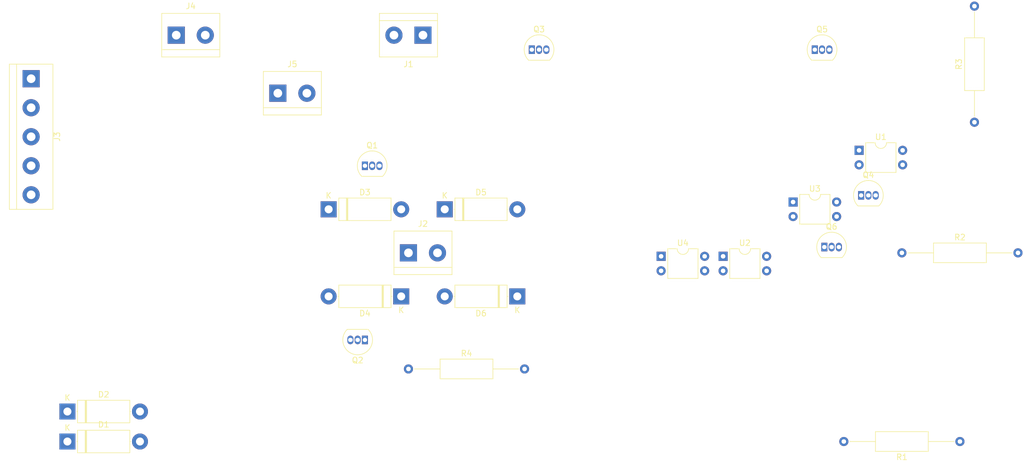
<source format=kicad_pcb>
(kicad_pcb (version 20211014) (generator pcbnew)
  (layers (0 "F.Cu" signal) (31 "B.Cu" signal) (34 "B.Paste" user) (35 "F.Paste" user) (36 "B.SilkS" user "B.Silkscreen") (37 "F.SilkS" user "F.Silkscreen") (38 "B.Mask" user) (39 "F.Mask" user) (44 "Edge.Cuts" user))
  (net 0 "")
  (net 2 "Net-(R1-Pad2)")
  (net 4 "/Enable_M1")
  (net 5 "/Input_M1")
  (net 6 "GND")
  (net 7 "/Enable_M2")
  (net 8 "/Input_M2")
  (net 11 "Net-(Q1-Pad1)")
  (net 12 "+9V")
  (net 13 "Net-(D5-Pad1)")
  (net 14 "/SL1")
  (net 15 "/SL2")
  (net 16 "/SL3")
  (net 17 "/SL4")
  (net 18 "Net-(R2-Pad2)")
  (net 19 "Net-(Q4-Pad3)")
  (net 22 "Net-(Q5-Pad1)")
  (net 23 "Net-(R2-Pad1)")
  (net 24 "Net-(Q6-Pad1)")
  (net 25 "Net-(R1-Pad1)")
  (net 26 "Net-(R3-Pad1)")
  (net 27 "Net-(R4-Pad1)")
  (footprint "Package_TO_SOT_THT:TO-92_Inline" (layer "F.Cu") (at 132.08 78.74 180)
    (fp_text reference "Q2" (at 1.27 -3.56) (layer "F.SilkS"))
    (fp_text value "2N3904")
    (fp_line (start -0.53 1.85) (end 3.07 1.85) (layer "F.SilkS") (width 0.12))
    (fp_arc (start 1.27 -2.6) (mid 3.672087 -0.994977) (end 3.108478 1.838478) (layer "F.SilkS") (width 0.12))
    (fp_arc (start -0.568478 1.838478) (mid -1.132087 -0.994977) (end 1.27 -2.6) (layer "F.SilkS") (width 0.12))
    (pad "1" thru_hole rect (at 0 0 180) (size 1.05 1.5) (drill 0.75) (layers *.Cu *.Mask) (net 6 "GND"))
    (pad "2" thru_hole oval (at 1.27 0 180) (size 1.05 1.5) (drill 0.75) (layers *.Cu *.Mask) (net 2 "Net-(R1-Pad2)"))
    (pad "3" thru_hole oval (at 2.54 0 180) (size 1.05 1.5) (drill 0.75) (layers *.Cu *.Mask) (net 11 "Net-(Q1-Pad1)"))
  )
  (footprint "Resistor_THT:R_Axial_DIN0309_L9.0mm_D3.2mm_P20.32mm_Horizontal" (layer "F.Cu") (at 139.7 83.82)
    (fp_text reference "R4" (at 10.16 -2.72) (layer "F.SilkS"))
    (fp_text value "1K")
    (fp_line (start 1.04 0) (end 5.54 0) (layer "F.SilkS") (width 0.12))
    (fp_line (start 19.28 0) (end 14.78 0) (layer "F.SilkS") (width 0.12))
    (fp_line (start 5.54 1.72) (end 14.78 1.72) (layer "F.SilkS") (width 0.12))
    (fp_line (start 14.78 1.72) (end 14.78 -1.72) (layer "F.SilkS") (width 0.12))
    (fp_line (start 5.54 -1.72) (end 5.54 1.72) (layer "F.SilkS") (width 0.12))
    (fp_line (start 14.78 -1.72) (end 5.54 -1.72) (layer "F.SilkS") (width 0.12))
    (pad "1" thru_hole circle (at 0 0) (size 1.6 1.6) (drill 0.8) (layers *.Cu *.Mask) (net 27 "Net-(R4-Pad1)"))
    (pad "2" thru_hole oval (at 20.32 0) (size 1.6 1.6) (drill 0.8) (layers *.Cu *.Mask) (net 24 "Net-(Q6-Pad1)"))
  )
  (footprint "Resistor_THT:R_Axial_DIN0309_L9.0mm_D3.2mm_P20.32mm_Horizontal" (layer "F.Cu") (at 238.76 40.64 90)
    (fp_text reference "R3" (at 10.16 -2.72 90) (layer "F.SilkS"))
    (fp_text value "1K")
    (fp_line (start 19.28 0) (end 14.78 0) (layer "F.SilkS") (width 0.12))
    (fp_line (start 14.78 1.72) (end 14.78 -1.72) (layer "F.SilkS") (width 0.12))
    (fp_line (start 14.78 -1.72) (end 5.54 -1.72) (layer "F.SilkS") (width 0.12))
    (fp_line (start 5.54 -1.72) (end 5.54 1.72) (layer "F.SilkS") (width 0.12))
    (fp_line (start 1.04 0) (end 5.54 0) (layer "F.SilkS") (width 0.12))
    (fp_line (start 5.54 1.72) (end 14.78 1.72) (layer "F.SilkS") (width 0.12))
    (pad "1" thru_hole circle (at 0 0 90) (size 1.6 1.6) (drill 0.8) (layers *.Cu *.Mask) (net 26 "Net-(R3-Pad1)"))
    (pad "2" thru_hole oval (at 20.32 0 90) (size 1.6 1.6) (drill 0.8) (layers *.Cu *.Mask) (net 22 "Net-(Q5-Pad1)"))
  )
  (footprint "Package_TO_SOT_THT:TO-92_Inline" (layer "F.Cu") (at 161.29 27.94)
    (fp_text reference "Q3" (at 1.27 -3.56) (layer "F.SilkS"))
    (fp_text value "2N3904")
    (fp_line (start -0.53 1.85) (end 3.07 1.85) (layer "F.SilkS") (width 0.12))
    (fp_arc (start -0.568478 1.838478) (mid -1.132087 -0.994977) (end 1.27 -2.6) (layer "F.SilkS") (width 0.12))
    (fp_arc (start 1.27 -2.6) (mid 3.672087 -0.994977) (end 3.108478 1.838478) (layer "F.SilkS") (width 0.12))
    (pad "1" thru_hole rect (at 0 0) (size 1.05 1.5) (drill 0.75) (layers *.Cu *.Mask) (net 19 "Net-(Q4-Pad3)"))
    (pad "2" thru_hole oval (at 1.27 0) (size 1.05 1.5) (drill 0.75) (layers *.Cu *.Mask))
    (pad "3" thru_hole oval (at 2.54 0) (size 1.05 1.5) (drill 0.75) (layers *.Cu *.Mask) (net 12 "+9V"))
  )
  (footprint "TerminalBlock:TerminalBlock_bornier-2_P5.08mm" (layer "F.Cu") (at 142.24 25.4 180)
    (fp_text reference "J1" (at 2.54 -5.08) (layer "F.SilkS"))
    (fp_text value "Alimentación")
    (fp_line (start 7.62 3.81) (end 7.62 -3.81) (layer "F.SilkS") (width 0.12))
    (fp_line (start -2.54 3.81) (end 7.62 3.81) (layer "F.SilkS") (width 0.12))
    (fp_line (start 7.62 2.54) (end -2.54 2.54) (layer "F.SilkS") (width 0.12))
    (fp_line (start -2.54 -3.81) (end -2.54 3.81) (layer "F.SilkS") (width 0.12))
    (fp_line (start 7.62 -3.81) (end -2.54 -3.81) (layer "F.SilkS") (width 0.12))
    (pad "1" thru_hole rect (at 0 0 180) (size 3 3) (drill 1.52) (layers *.Cu *.Mask) (net 12 "+9V"))
    (pad "2" thru_hole circle (at 5.08 0 180) (size 3 3) (drill 1.52) (layers *.Cu *.Mask) (net 6 "GND"))
  )
  (footprint "TerminalBlock:TerminalBlock_bornier-5_P5.08mm" (layer "F.Cu") (at 73.66 33.02 -90)
    (fp_text reference "J3" (at 10.15 -4.55 90) (layer "F.SilkS"))
    (fp_text value "Conn_01x05")
    (fp_line (start 22.86 -3.81) (end 22.86 3.81) (layer "F.SilkS") (width 0.12))
    (fp_line (start -2.54 3.81) (end 22.86 3.81) (layer "F.SilkS") (width 0.12))
    (fp_line (start -2.54 -3.81) (end 22.86 -3.81) (layer "F.SilkS") (width 0.12))
    (fp_line (start -2.54 -3.81) (end -2.54 3.81) (layer "F.SilkS") (width 0.12))
    (fp_line (start -2.54 2.54) (end 22.86 2.54) (layer "F.SilkS") (width 0.12))
    (pad "1" thru_hole rect (at 0 0 270) (size 3 3) (drill 1.52) (layers *.Cu *.Mask) (net 14 "/SL1"))
    (pad "2" thru_hole circle (at 5.08 0 270) (size 3 3) (drill 1.52) (layers *.Cu *.Mask) (net 15 "/SL2"))
    (pad "3" thru_hole circle (at 10.16 0 270) (size 3 3) (drill 1.52) (layers *.Cu *.Mask) (net 16 "/SL3"))
    (pad "4" thru_hole circle (at 15.24 0 270) (size 3 3) (drill 1.52) (layers *.Cu *.Mask) (net 17 "/SL4"))
    (pad "5" thru_hole circle (at 20.32 0 270) (size 3 3) (drill 1.52) (layers *.Cu *.Mask) (net 6 "GND"))
  )
  (footprint "Diode_THT:D_5W_P12.70mm_Horizontal" (layer "F.Cu") (at 138.43 71.12 180)
    (fp_text reference "D4" (at 6.35 -2.97) (layer "F.SilkS"))
    (fp_text value "DIODE")
    (fp_text user "K" (at 0 -2.4) (layer "F.SilkS"))
    (fp_line (start 1.78 -1.97) (end 1.78 1.97) (layer "F.SilkS") (width 0.12))
    (fp_line (start 3.355 -1.97) (end 3.355 1.97) (layer "F.SilkS") (width 0.12))
    (fp_line (start 11.06 0) (end 10.92 0) (layer "F.SilkS") (width 0.12))
    (fp_line (start 1.78 1.97) (end 10.92 1.97) (layer "F.SilkS") (width 0.12))
    (fp_line (start 3.235 -1.97) (end 3.235 1.97) (layer "F.SilkS") (width 0.12))
    (fp_line (start 3.115 -1.97) (end 3.115 1.97) (layer "F.SilkS") (width 0.12))
    (fp_line (start 10.92 1.97) (end 10.92 -1.97) (layer "F.SilkS") (width 0.12))
    (fp_line (start 1.64 0) (end 1.78 0) (layer "F.SilkS") (width 0.12))
    (fp_line (start 10.92 -1.97) (end 1.78 -1.97) (layer "F.SilkS") (width 0.12))
    (pad "1" thru_hole rect (at 0 0 180) (size 2.8 2.8) (drill 1.4) (layers *.Cu *.Mask) (net 6 "GND"))
    (pad "2" thru_hole oval (at 12.7 0 180) (size 2.8 2.8) (drill 1.4) (layers *.Cu *.Mask) (net 11 "Net-(Q1-Pad1)"))
  )
  (footprint "Package_DIP:DIP-4_W7.62mm" (layer "F.Cu") (at 207.02 54.605)
    (fp_text reference "U3" (at 3.81 -2.33) (layer "F.SilkS"))
    (fp_text value "PC817")
    (fp_line (start 6.46 3.87) (end 6.46 -1.33) (layer "F.SilkS") (width 0.12))
    (fp_line (start 2.81 -1.33) (end 1.16 -1.33) (layer "F.SilkS") (width 0.12))
    (fp_line (start 1.16 -1.33) (end 1.16 3.87) (layer "F.SilkS") (width 0.12))
    (fp_line (start 1.16 3.87) (end 6.46 3.87) (layer "F.SilkS") (width 0.12))
    (fp_line (start 6.46 -1.33) (end 4.81 -1.33) (layer "F.SilkS") (width 0.12))
    (fp_arc (start 4.81 -1.33) (mid 3.81 -0.33) (end 2.81 -1.33) (layer "F.SilkS") (width 0.12))
    (pad "1" thru_hole rect (at 0 0) (size 1.6 1.6) (drill 0.8) (layers *.Cu *.Mask))
    (pad "2" thru_hole oval (at 0 2.54) (size 1.6 1.6) (drill 0.8) (layers *.Cu *.Mask))
    (pad "3" thru_hole oval (at 7.62 2.54) (size 1.6 1.6) (drill 0.8) (layers *.Cu *.Mask))
    (pad "4" thru_hole oval (at 7.62 0) (size 1.6 1.6) (drill 0.8) (layers *.Cu *.Mask))
  )
  (footprint "Resistor_THT:R_Axial_DIN0309_L9.0mm_D3.2mm_P20.32mm_Horizontal" (layer "F.Cu") (at 236.22 96.52 180)
    (fp_text reference "R1" (at 10.16 -2.72) (layer "F.SilkS"))
    (fp_text value "1K")
    (fp_line (start 14.78 -1.72) (end 5.54 -1.72) (layer "F.SilkS") (width 0.12))
    (fp_line (start 5.54 -1.72) (end 5.54 1.72) (layer "F.SilkS") (width 0.12))
    (fp_line (start 19.28 0) (end 14.78 0) (layer "F.SilkS") (width 0.12))
    (fp_line (start 14.78 1.72) (end 14.78 -1.72) (layer "F.SilkS") (width 0.12))
    (fp_line (start 5.54 1.72) (end 14.78 1.72) (layer "F.SilkS") (width 0.12))
    (fp_line (start 1.04 0) (end 5.54 0) (layer "F.SilkS") (width 0.12))
    (pad "1" thru_hole circle (at 0 0 180) (size 1.6 1.6) (drill 0.8) (layers *.Cu *.Mask) (net 25 "Net-(R1-Pad1)"))
    (pad "2" thru_hole oval (at 20.32 0 180) (size 1.6 1.6) (drill 0.8) (layers *.Cu *.Mask) (net 2 "Net-(R1-Pad2)"))
  )
  (footprint "TerminalBlock:TerminalBlock_bornier-2_P5.08mm" (layer "F.Cu") (at 99.06 25.4)
    (fp_text reference "J4" (at 2.54 -5.08) (layer "F.SilkS"))
    (fp_text value "Control_M1")
    (fp_line (start 7.62 2.54) (end -2.54 2.54) (layer "F.SilkS") (width 0.12))
    (fp_line (start 7.62 3.81) (end 7.62 -3.81) (layer "F.SilkS") (width 0.12))
    (fp_line (start -2.54 -3.81) (end -2.54 3.81) (layer "F.SilkS") (width 0.12))
    (fp_line (start -2.54 3.81) (end 7.62 3.81) (layer "F.SilkS") (width 0.12))
    (fp_line (start 7.62 -3.81) (end -2.54 -3.81) (layer "F.SilkS") (width 0.12))
    (pad "1" thru_hole rect (at 0 0) (size 3 3) (drill 1.52) (layers *.Cu *.Mask) (net 4 "/Enable_M1"))
    (pad "2" thru_hole circle (at 5.08 0) (size 3 3) (drill 1.52) (layers *.Cu *.Mask) (net 5 "/Input_M1"))
  )
  (footprint "Diode_THT:D_5W_P12.70mm_Horizontal" (layer "F.Cu") (at 80.01 96.52)
    (fp_text reference "D1" (at 6.35 -2.97) (layer "F.SilkS"))
    (fp_text value "DIODE")
    (fp_text user "K" (at 0 -2.4) (layer "F.SilkS"))
    (fp_line (start 11.06 0) (end 10.92 0) (layer "F.SilkS") (width 0.12))
    (fp_line (start 1.78 -1.97) (end 1.78 1.97) (layer "F.SilkS") (width 0.12))
    (fp_line (start 3.115 -1.97) (end 3.115 1.97) (layer "F.SilkS") (width 0.12))
    (fp_line (start 10.92 1.97) (end 10.92 -1.97) (layer "F.SilkS") (width 0.12))
    (fp_line (start 1.78 1.97) (end 10.92 1.97) (layer "F.SilkS") (width 0.12))
    (fp_line (start 3.355 -1.97) (end 3.355 1.97) (layer "F.SilkS") (width 0.12))
    (fp_line (start 10.92 -1.97) (end 1.78 -1.97) (layer "F.SilkS") (width 0.12))
    (fp_line (start 1.64 0) (end 1.78 0) (layer "F.SilkS") (width 0.12))
    (fp_line (start 3.235 -1.97) (end 3.235 1.97) (layer "F.SilkS") (width 0.12))
    (pad "1" thru_hole rect (at 0 0) (size 2.8 2.8) (drill 1.4) (layers *.Cu *.Mask))
    (pad "2" thru_hole oval (at 12.7 0) (size 2.8 2.8) (drill 1.4) (layers *.Cu *.Mask))
  )
  (footprint "Package_TO_SOT_THT:TO-92_Inline" (layer "F.Cu") (at 218.93 53.435)
    (fp_text reference "Q4" (at 1.27 -3.56) (layer "F.SilkS"))
    (fp_text value "2N3904")
    (fp_line (start -0.53 1.85) (end 3.07 1.85) (layer "F.SilkS") (width 0.12))
    (fp_arc (start -0.568478 1.838478) (mid -1.132087 -0.994977) (end 1.27 -2.6) (layer "F.SilkS") (width 0.12))
    (fp_arc (start 1.27 -2.6) (mid 3.672087 -0.994977) (end 3.108478 1.838478) (layer "F.SilkS") (width 0.12))
    (pad "1" thru_hole rect (at 0 0) (size 1.05 1.5) (drill 0.75) (layers *.Cu *.Mask) (net 6 "GND"))
    (pad "2" thru_hole oval (at 1.27 0) (size 1.05 1.5) (drill 0.75) (layers *.Cu *.Mask))
    (pad "3" thru_hole oval (at 2.54 0) (size 1.05 1.5) (drill 0.75) (layers *.Cu *.Mask) (net 19 "Net-(Q4-Pad3)"))
  )
  (footprint "Resistor_THT:R_Axial_DIN0309_L9.0mm_D3.2mm_P20.32mm_Horizontal" (layer "F.Cu") (at 226.06 63.5)
    (fp_text reference "R2" (at 10.16 -2.72) (layer "F.SilkS"))
    (fp_text value "1K")
    (fp_line (start 5.54 1.72) (end 14.78 1.72) (layer "F.SilkS") (width 0.12))
    (fp_line (start 19.28 0) (end 14.78 0) (layer "F.SilkS") (width 0.12))
    (fp_line (start 5.54 -1.72) (end 5.54 1.72) (layer "F.SilkS") (width 0.12))
    (fp_line (start 14.78 1.72) (end 14.78 -1.72) (layer "F.SilkS") (width 0.12))
    (fp_line (start 14.78 -1.72) (end 5.54 -1.72) (layer "F.SilkS") (width 0.12))
    (fp_line (start 1.04 0) (end 5.54 0) (layer "F.SilkS") (width 0.12))
    (pad "1" thru_hole circle (at 0 0) (size 1.6 1.6) (drill 0.8) (layers *.Cu *.Mask) (net 23 "Net-(R2-Pad1)"))
    (pad "2" thru_hole oval (at 20.32 0) (size 1.6 1.6) (drill 0.8) (layers *.Cu *.Mask) (net 18 "Net-(R2-Pad2)"))
  )
  (footprint "Package_DIP:DIP-4_W7.62mm" (layer "F.Cu") (at 218.57 45.555)
    (fp_text reference "U1" (at 3.81 -2.33) (layer "F.SilkS"))
    (fp_text value "PC817")
    (fp_line (start 6.46 -1.33) (end 4.81 -1.33) (layer "F.SilkS") (width 0.12))
    (fp_line (start 1.16 -1.33) (end 1.16 3.87) (layer "F.SilkS") (width 0.12))
    (fp_line (start 1.16 3.87) (end 6.46 3.87) (layer "F.SilkS") (width 0.12))
    (fp_line (start 2.81 -1.33) (end 1.16 -1.33) (layer "F.SilkS") (width 0.12))
    (fp_line (start 6.46 3.87) (end 6.46 -1.33) (layer "F.SilkS") (width 0.12))
    (fp_arc (start 4.81 -1.33) (mid 3.81 -0.33) (end 2.81 -1.33) (layer "F.SilkS") (width 0.12))
    (pad "1" thru_hole rect (at 0 0) (size 1.6 1.6) (drill 0.8) (layers *.Cu *.Mask) (net 14 "/SL1"))
    (pad "2" thru_hole oval (at 0 2.54) (size 1.6 1.6) (drill 0.8) (layers *.Cu *.Mask) (net 6 "GND"))
    (pad "3" thru_hole oval (at 7.62 2.54) (size 1.6 1.6) (drill 0.8) (layers *.Cu *.Mask) (net 26 "Net-(R3-Pad1)"))
    (pad "4" thru_hole oval (at 7.62 0) (size 1.6 1.6) (drill 0.8) (layers *.Cu *.Mask) (net 12 "+9V"))
  )
  (footprint "Diode_THT:D_5W_P12.70mm_Horizontal" (layer "F.Cu") (at 125.73 55.88)
    (fp_text reference "D3" (at 6.35 -2.97) (layer "F.SilkS"))
    (fp_text value "DIODE")
    (fp_text user "K" (at 0 -2.4) (layer "F.SilkS"))
    (fp_line (start 1.78 -1.97) (end 1.78 1.97) (layer "F.SilkS") (width 0.12))
    (fp_line (start 10.92 1.97) (end 10.92 -1.97) (layer "F.SilkS") (width 0.12))
    (fp_line (start 1.78 1.97) (end 10.92 1.97) (layer "F.SilkS") (width 0.12))
    (fp_line (start 11.06 0) (end 10.92 0) (layer "F.SilkS") (width 0.12))
    (fp_line (start 3.115 -1.97) (end 3.115 1.97) (layer "F.SilkS") (width 0.12))
    (fp_line (start 3.235 -1.97) (end 3.235 1.97) (layer "F.SilkS") (width 0.12))
    (fp_line (start 1.64 0) (end 1.78 0) (layer "F.SilkS") (width 0.12))
    (fp_line (start 10.92 -1.97) (end 1.78 -1.97) (layer "F.SilkS") (width 0.12))
    (fp_line (start 3.355 -1.97) (end 3.355 1.97) (layer "F.SilkS") (width 0.12))
    (pad "1" thru_hole rect (at 0 0) (size 2.8 2.8) (drill 1.4) (layers *.Cu *.Mask) (net 11 "Net-(Q1-Pad1)"))
    (pad "2" thru_hole oval (at 12.7 0) (size 2.8 2.8) (drill 1.4) (layers *.Cu *.Mask) (net 12 "+9V"))
  )
  (footprint "Diode_THT:D_5W_P12.70mm_Horizontal" (layer "F.Cu") (at 158.75 71.12 180)
    (fp_text reference "D6" (at 6.35 -2.97) (layer "F.SilkS"))
    (fp_text value "DIODE")
    (fp_text user "K" (at 0 -2.4) (layer "F.SilkS"))
    (fp_line (start 11.06 0) (end 10.92 0) (layer "F.SilkS") (width 0.12))
    (fp_line (start 10.92 -1.97) (end 1.78 -1.97) (layer "F.SilkS") (width 0.12))
    (fp_line (start 3.115 -1.97) (end 3.115 1.97) (layer "F.SilkS") (width 0.12))
    (fp_line (start 3.235 -1.97) (end 3.235 1.97) (layer "F.SilkS") (width 0.12))
    (fp_line (start 10.92 1.97) (end 10.92 -1.97) (layer "F.SilkS") (width 0.12))
    (fp_line (start 1.64 0) (end 1.78 0) (layer "F.SilkS") (width 0.12))
    (fp_line (start 1.78 1.97) (end 10.92 1.97) (layer "F.SilkS") (width 0.12))
    (fp_line (start 1.78 -1.97) (end 1.78 1.97) (layer "F.SilkS") (width 0.12))
    (fp_line (start 3.355 -1.97) (end 3.355 1.97) (layer "F.SilkS") (width 0.12))
    (pad "1" thru_hole rect (at 0 0 180) (size 2.8 2.8) (drill 1.4) (layers *.Cu *.Mask) (net 6 "GND"))
    (pad "2" thru_hole oval (at 12.7 0 180) (size 2.8 2.8) (drill 1.4) (layers *.Cu *.Mask) (net 13 "Net-(D5-Pad1)"))
  )
  (footprint "Package_DIP:DIP-4_W7.62mm" (layer "F.Cu") (at 183.92 64.105)
    (fp_text reference "U4" (at 3.81 -2.33) (layer "F.SilkS"))
    (fp_text value "PC817")
    (fp_line (start 6.46 3.87) (end 6.46 -1.33) (layer "F.SilkS") (width 0.12))
    (fp_line (start 6.46 -1.33) (end 4.81 -1.33) (layer "F.SilkS") (width 0.12))
    (fp_line (start 1.16 3.87) (end 6.46 3.87) (layer "F.SilkS") (width 0.12))
    (fp_line (start 2.81 -1.33) (end 1.16 -1.33) (layer "F.SilkS") (width 0.12))
    (fp_line (start 1.16 -1.33) (end 1.16 3.87) (layer "F.SilkS") (width 0.12))
    (fp_arc (start 4.81 -1.33) (mid 3.81 -0.33) (end 2.81 -1.33) (layer "F.SilkS") (width 0.12))
    (pad "1" thru_hole rect (at 0 0) (size 1.6 1.6) (drill 0.8) (layers *.Cu *.Mask))
    (pad "2" thru_hole oval (at 0 2.54) (size 1.6 1.6) (drill 0.8) (layers *.Cu *.Mask))
    (pad "3" thru_hole oval (at 7.62 2.54) (size 1.6 1.6) (drill 0.8) (layers *.Cu *.Mask))
    (pad "4" thru_hole oval (at 7.62 0) (size 1.6 1.6) (drill 0.8) (layers *.Cu *.Mask))
  )
  (footprint "TerminalBlock:TerminalBlock_bornier-2_P5.08mm" (layer "F.Cu") (at 139.7 63.5)
    (fp_text reference "J2" (at 2.54 -5.08) (layer "F.SilkS"))
    (fp_text value "Motor 1")
    (fp_line (start -2.54 3.81) (end 7.62 3.81) (layer "F.SilkS") (width 0.12))
    (fp_line (start 7.62 2.54) (end -2.54 2.54) (layer "F.SilkS") (width 0.12))
    (fp_line (start 7.62 3.81) (end 7.62 -3.81) (layer "F.SilkS") (width 0.12))
    (fp_line (start 7.62 -3.81) (end -2.54 -3.81) (layer "F.SilkS") (width 0.12))
    (fp_line (start -2.54 -3.81) (end -2.54 3.81) (layer "F.SilkS") (width 0.12))
    (pad "1" thru_hole rect (at 0 0) (size 3 3) (drill 1.52) (layers *.Cu *.Mask) (net 11 "Net-(Q1-Pad1)"))
    (pad "2" thru_hole circle (at 5.08 0) (size 3 3) (drill 1.52) (layers *.Cu *.Mask) (net 13 "Net-(D5-Pad1)"))
  )
  (footprint "Package_TO_SOT_THT:TO-92_Inline" (layer "F.Cu") (at 210.82 27.94)
    (fp_text reference "Q5" (at 1.27 -3.56) (layer "F.SilkS"))
    (fp_text value "2n2222a")
    (fp_line (start -0.53 1.85) (end 3.07 1.85) (layer "F.SilkS") (width 0.12))
    (fp_arc (start 1.27 -2.6) (mid 3.672087 -0.994977) (end 3.108478 1.838478) (layer "F.SilkS") (width 0.12))
    (fp_arc (start -0.568478 1.838478) (mid -1.132087 -0.994977) (end 1.27 -2.6) (layer "F.SilkS") (width 0.12))
    (pad "1" thru_hole rect (at 0 0) (size 1.05 1.5) (drill 0.75) (layers *.Cu *.Mask) (net 22 "Net-(Q5-Pad1)"))
    (pad "2" thru_hole oval (at 1.27 0) (size 1.05 1.5) (drill 0.75) (layers *.Cu *.Mask) (net 12 "+9V"))
    (pad "3" thru_hole oval (at 2.54 0) (size 1.05 1.5) (drill 0.75) (layers *.Cu *.Mask) (net 23 "Net-(R2-Pad1)"))
  )
  (footprint "Package_TO_SOT_THT:TO-92_Inline" (layer "F.Cu") (at 132.08 48.26)
    (fp_text reference "Q1" (at 1.27 -3.56) (layer "F.SilkS"))
    (fp_text value "2N3904")
    (fp_line (start -0.53 1.85) (end 3.07 1.85) (layer "F.SilkS") (width 0.12))
    (fp_arc (start 1.27 -2.6) (mid 3.672087 -0.994977) (end 3.108478 1.838478) (layer "F.SilkS") (width 0.12))
    (fp_arc (start -0.568478 1.838478) (mid -1.132087 -0.994977) (end 1.27 -2.6) (layer "F.SilkS") (width 0.12))
    (pad "1" thru_hole rect (at 0 0) (size 1.05 1.5) (drill 0.75) (layers *.Cu *.Mask) (net 11 "Net-(Q1-Pad1)"))
    (pad "2" thru_hole oval (at 1.27 0) (size 1.05 1.5) (drill 0.75) (layers *.Cu *.Mask) (net 18 "Net-(R2-Pad2)"))
    (pad "3" thru_hole oval (at 2.54 0) (size 1.05 1.5) (drill 0.75) (layers *.Cu *.Mask) (net 12 "+9V"))
  )
  (footprint "Package_TO_SOT_THT:TO-92_Inline" (layer "F.Cu") (at 212.49 62.485)
    (fp_text reference "Q6" (at 1.27 -3.56) (layer "F.SilkS"))
    (fp_text value "2n2222a")
    (fp_line (start -0.53 1.85) (end 3.07 1.85) (layer "F.SilkS") (width 0.12))
    (fp_arc (start 1.27 -2.6) (mid 3.672087 -0.994977) (end 3.108478 1.838478) (layer "F.SilkS") (width 0.12))
    (fp_arc (start -0.568478 1.838478) (mid -1.132087 -0.994977) (end 1.27 -2.6) (layer "F.SilkS") (width 0.12))
    (pad "1" thru_hole rect (at 0 0) (size 1.05 1.5) (drill 0.75) (layers *.Cu *.Mask) (net 24 "Net-(Q6-Pad1)"))
    (pad "2" thru_hole oval (at 1.27 0) (size 1.05 1.5) (drill 0.75) (layers *.Cu *.Mask) (net 12 "+9V"))
    (pad "3" thru_hole oval (at 2.54 0) (size 1.05 1.5) (drill 0.75) (layers *.Cu *.Mask) (net 25 "Net-(R1-Pad1)"))
  )
  (footprint "Diode_THT:D_5W_P12.70mm_Horizontal" (layer "F.Cu") (at 146.05 55.88)
    (fp_text reference "D5" (at 6.35 -2.97) (layer "F.SilkS"))
    (fp_text value "DIODE")
    (fp_text user "K" (at 0 -2.4) (layer "F.SilkS"))
    (fp_line (start 3.355 -1.97) (end 3.355 1.97) (layer "F.SilkS") (width 0.12))
    (fp_line (start 3.235 -1.97) (end 3.235 1.97) (layer "F.SilkS") (width 0.12))
    (fp_line (start 1.64 0) (end 1.78 0) (layer "F.SilkS") (width 0.12))
    (fp_line (start 10.92 1.97) (end 10.92 -1.97) (layer "F.SilkS") (width 0.12))
    (fp_line (start 1.78 -1.97) (end 1.78 1.97) (layer "F.SilkS") (width 0.12))
    (fp_line (start 1.78 1.97) (end 10.92 1.97) (layer "F.SilkS") (width 0.12))
    (fp_line (start 11.06 0) (end 10.92 0) (layer "F.SilkS") (width 0.12))
    (fp_line (start 3.115 -1.97) (end 3.115 1.97) (layer "F.SilkS") (width 0.12))
    (fp_line (start 10.92 -1.97) (end 1.78 -1.97) (layer "F.SilkS") (width 0.12))
    (pad "1" thru_hole rect (at 0 0) (size 2.8 2.8) (drill 1.4) (layers *.Cu *.Mask) (net 13 "Net-(D5-Pad1)"))
    (pad "2" thru_hole oval (at 12.7 0) (size 2.8 2.8) (drill 1.4) (layers *.Cu *.Mask) (net 12 "+9V"))
  )
  (footprint "TerminalBlock:TerminalBlock_bornier-2_P5.08mm" (layer "F.Cu") (at 116.84 35.56)
    (fp_text reference "J5" (at 2.54 -5.08) (layer "F.SilkS"))
    (fp_text value "Control_M2")
    (fp_line (start -2.54 3.81) (end 7.62 3.81) (layer "F.SilkS") (width 0.12))
    (fp_line (start 7.62 2.54) (end -2.54 2.54) (layer "F.SilkS") (width 0.12))
    (fp_line (start -2.54 -3.81) (end -2.54 3.81) (layer "F.SilkS") (width 0.12))
    (fp_line (start 7.62 3.81) (end 7.62 -3.81) (layer "F.SilkS") (width 0.12))
    (fp_line (start 7.62 -3.81) (end -2.54 -3.81) (layer "F.SilkS") (width 0.12))
    (pad "1" thru_hole rect (at 0 0) (size 3 3) (drill 1.52) (layers *.Cu *.Mask) (net 7 "/Enable_M2"))
    (pad "2" thru_hole circle (at 5.08 0) (size 3 3) (drill 1.52) (layers *.Cu *.Mask) (net 8 "/Input_M2"))
  )
  (footprint "Diode_THT:D_5W_P12.70mm_Horizontal" (layer "F.Cu") (at 80.01 91.27)
    (fp_text reference "D2" (at 6.35 -2.97) (layer "F.SilkS"))
    (fp_text value "DIODE")
    (fp_text user "K" (at 0 -2.4) (layer "F.SilkS"))
    (fp_line (start 10.92 1.97) (end 10.92 -1.97) (layer "F.SilkS") (width 0.12))
    (fp_line (start 3.235 -1.97) (end 3.235 1.97) (layer "F.SilkS") (width 0.12))
    (fp_line (start 10.92 -1.97) (end 1.78 -1.97) (layer "F.SilkS") (width 0.12))
    (fp_line (start 3.115 -1.97) (end 3.115 1.97) (layer "F.SilkS") (width 0.12))
    (fp_line (start 3.355 -1.97) (end 3.355 1.97) (layer "F.SilkS") (width 0.12))
    (fp_line (start 1.78 -1.97) (end 1.78 1.97) (layer "F.SilkS") (width 0.12))
    (fp_line (start 1.78 1.97) (end 10.92 1.97) (layer "F.SilkS") (width 0.12))
    (fp_line (start 1.64 0) (end 1.78 0) (layer "F.SilkS") (width 0.12))
    (fp_line (start 11.06 0) (end 10.92 0) (layer "F.SilkS") (width 0.12))
    (pad "1" thru_hole rect (at 0 0) (size 2.8 2.8) (drill 1.4) (layers *.Cu *.Mask))
    (pad "2" thru_hole oval (at 12.7 0) (size 2.8 2.8) (drill 1.4) (layers *.Cu *.Mask))
  )
  (footprint "Package_DIP:DIP-4_W7.62mm" (layer "F.Cu") (at 194.77 64.105)
    (fp_text reference "U2" (at 3.81 -2.33) (layer "F.SilkS"))
    (fp_text value "PC817")
    (fp_line (start 1.16 3.87) (end 6.46 3.87) (layer "F.SilkS") (width 0.12))
    (fp_line (start 6.46 3.87) (end 6.46 -1.33) (layer "F.SilkS") (width 0.12))
    (fp_line (start 1.16 -1.33) (end 1.16 3.87) (layer "F.SilkS") (width 0.12))
    (fp_line (start 2.81 -1.33) (end 1.16 -1.33) (layer "F.SilkS") (width 0.12))
    (fp_line (start 6.46 -1.33) (end 4.81 -1.33) (layer "F.SilkS") (width 0.12))
    (fp_arc (start 4.81 -1.33) (mid 3.81 -0.33) (end 2.81 -1.33) (layer "F.SilkS") (width 0.12))
    (pad "1" thru_hole rect (at 0 0) (size 1.6 1.6) (drill 0.8) (layers *.Cu *.Mask) (net 15 "/SL2"))
    (pad "2" thru_hole oval (at 0 2.54) (size 1.6 1.6) (drill 0.8) (layers *.Cu *.Mask) (net 6 "GND"))
    (pad "3" thru_hole oval (at 7.62 2.54) (size 1.6 1.6) (drill 0.8) (layers *.Cu *.Mask) (net 27 "Net-(R4-Pad1)"))
    (pad "4" thru_hole oval (at 7.62 0) (size 1.6 1.6) (drill 0.8) (layers *.Cu *.Mask) (net 12 "+9V"))
  )
)
</source>
